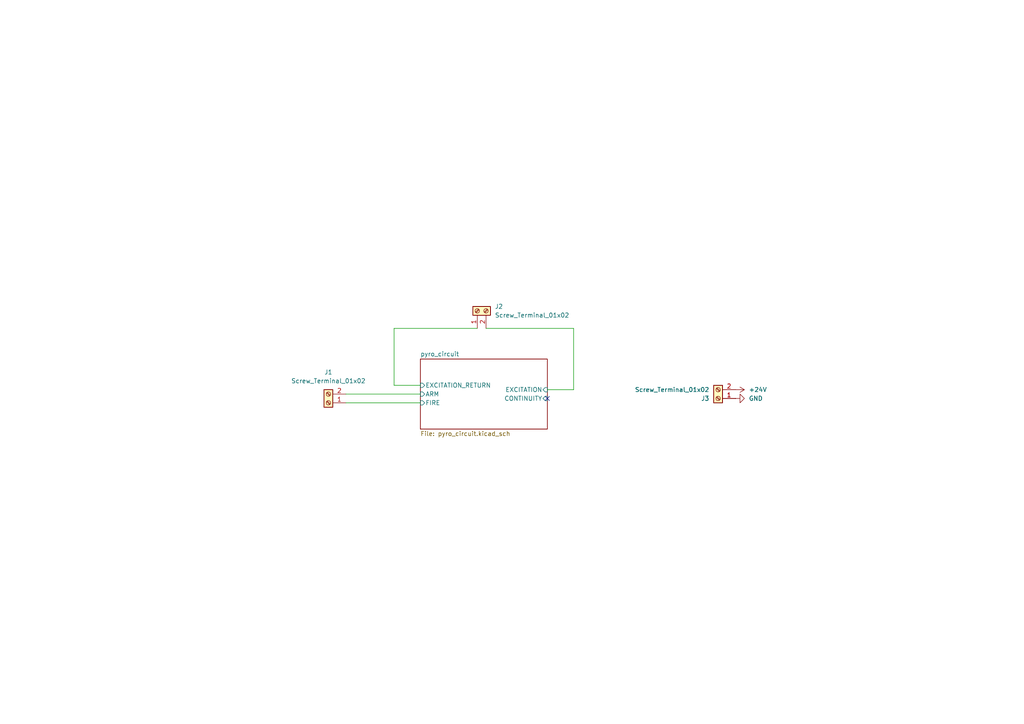
<source format=kicad_sch>
(kicad_sch (version 20250114) (generator "eeschema") (generator_version "9.0")
  (paper "A4")
  (lib_symbols
    (symbol "Connector:Screw_Terminal_01x02" (pin_names (offset 1.016) (hide yes))
      (property "Reference" "J" (at 0 2.54 0))
      (property "Value" "Screw_Terminal_01x02" (at 0 -5.08 0))
      (symbol "Screw_Terminal_01x02_1_1"
        (rectangle (start -1.27 1.27) (end 1.27 -3.81) (stroke (width 0.254)) (fill (type background)))
        (polyline (pts (xy -0.5334 0.3302) (xy 0.3302 -0.508)) (stroke (width 0.1524)))
        (polyline (pts (xy -0.5334 -2.2098) (xy 0.3302 -3.048)) (stroke (width 0.1524)))
        (polyline (pts (xy -0.3556 0.508) (xy 0.508 -0.3302)) (stroke (width 0.1524)))
        (polyline (pts (xy -0.3556 -2.032) (xy 0.508 -2.8702)) (stroke (width 0.1524)))
        (circle (center 0 0) (radius 0.635) (stroke (width 0.1524)))
        (circle (center 0 -2.54) (radius 0.635) (stroke (width 0.1524)))
        (pin passive line (at -5.08 0 0) (length 3.81) (name "Pin_1") (number "1"))
        (pin passive line (at -5.08 -2.54 0) (length 3.81) (name "Pin_2") (number "2"))
      )
    )
    (symbol "power:+24V" (power) (pin_numbers (hide yes)) (pin_names (offset 0) (hide yes))
      (property "Value" "+24V" (at 0 3.556 0))
      (symbol "+24V_0_1"
        (polyline (pts (xy -0.762 1.27) (xy 0 2.54)))
        (polyline (pts (xy 0 2.54) (xy 0.762 1.27)))
        (polyline (pts (xy 0 0) (xy 0 2.54)))
      )
      (symbol "+24V_1_1"
        (pin power_in line (at 0 0 90) (length 0) (name "~") (number "1"))
      )
    )
    (symbol "power:GND" (power) (pin_numbers (hide yes)) (pin_names (offset 0) (hide yes))
      (property "Value" "GND" (at 0 -3.81 0))
      (symbol "GND_0_1"
        (polyline (pts (xy 0 0) (xy 0 -1.27) (xy 1.27 -1.27) (xy 0 -2.54) (xy -1.27 -1.27) (xy 0 -1.27)))
      )
      (symbol "GND_1_1"
        (pin power_in line (at 0 0 270) (length 0) (name "~") (number "1"))
      )
    )
  )
  (no_connect (at 158.75 115.57))
  (wire (pts (xy 100.33 116.84) (xy 121.92 116.84)))
  (wire (pts (xy 114.3 95.25) (xy 138.43 95.25)))
  (wire (pts (xy 100.33 114.3) (xy 121.92 114.3)))
  (wire (pts (xy 114.3 111.76) (xy 121.92 111.76)))
  (wire (pts (xy 166.37 113.03) (xy 166.37 95.25)))
  (wire (pts (xy 114.3 111.76) (xy 114.3 95.25)))
  (wire (pts (xy 158.75 113.03) (xy 166.37 113.03)))
  (wire (pts (xy 166.37 95.25) (xy 140.97 95.25)))
  (symbol (lib_id "power:+24V") (at 213.36 113.03 270) (unit 1)
    (property "Reference" "#PWR06" (effects (hide yes)))
    (property "Value" "+24V" (at 217.17 113.0301 90) (effects (justify left)))
    (property "Description" "Power symbol creates a global label with name \"+24V\"" (effects (hide yes)))
  )
  (symbol (lib_id "Connector:Screw_Terminal_01x02") (at 95.25 116.84 180) (unit 1)
    (property "Reference" "J1" (at 95.25 107.95 0))
    (property "Value" "Screw_Terminal_01x02" (at 95.25 110.49 0))
    (property "Footprint" "TerminalBlock:TerminalBlock_Xinya_XY308-2.54-2P_1x02_P2.54mm_Horizontal" (effects (hide yes)))
    (property "Description" "Generic screw terminal, single row, 01x02, script generated (kicad-library-utils/schlib/autogen/connector/)" (effects (hide yes)))
  )
  (symbol (lib_id "Connector:Screw_Terminal_01x02") (at 138.43 90.17 90) (unit 1)
    (property "Reference" "J2" (at 143.51 88.8999 90) (effects (justify right)))
    (property "Value" "Screw_Terminal_01x02" (at 143.51 91.4399 90) (effects (justify right)))
    (property "Footprint" "avi_lib:PHOENIX_1935776" (effects (hide yes)))
    (property "Description" "Generic screw terminal, single row, 01x02, script generated (kicad-library-utils/schlib/autogen/connector/)" (effects (hide yes)))
  )
  (symbol (lib_id "power:GND") (at 213.36 115.57 90) (unit 1)
    (property "Reference" "#PWR07" (effects (hide yes)))
    (property "Value" "GND" (at 217.17 115.5701 90) (effects (justify right)))
    (property "Description" "Power symbol creates a global label with name \"GND\" , ground" (effects (hide yes)))
  )
  (symbol (lib_id "Connector:Screw_Terminal_01x02") (at 208.28 115.57 180) (unit 1)
    (property "Reference" "J3" (at 205.74 115.5701 0) (effects (justify left)))
    (property "Value" "Screw_Terminal_01x02" (at 205.74 113.0301 0) (effects (justify left)))
    (property "Footprint" "avi_lib:PHOENIX_1935776" (effects (hide yes)))
    (property "Description" "Generic screw terminal, single row, 01x02, script generated (kicad-library-utils/schlib/autogen/connector/)" (effects (hide yes)))
  )
  (sheet (at 121.92 104.14) (size 36.83 20.32) (stroke (width 0.1524))
    (property "Sheetname" "pyro_circuit" (at 121.92 103.4284 0) (effects (justify left bottom)))
    (property "Sheetfile" "pyro_circuit.kicad_sch" (at 121.92 125.0446 0) (effects (justify left top)))
    (pin "ARM" input (at 121.92 114.3 180))
    (pin "CONTINUITY" input (at 158.75 115.57 0))
    (pin "EXCITATION" input (at 158.75 113.03 0))
    (pin "EXCITATION_RETURN" input (at 121.92 111.76 180))
    (pin "FIRE" input (at 121.92 116.84 180))
  )
)
</source>
